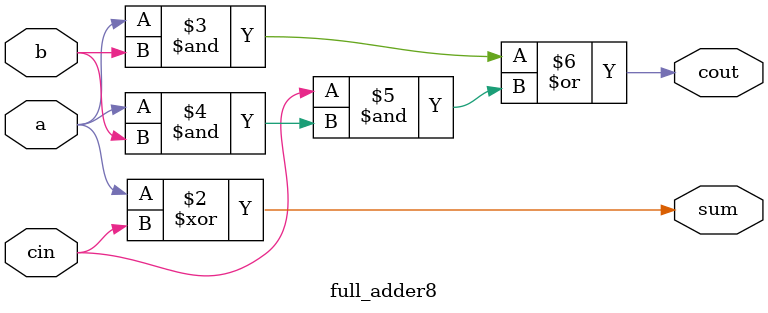
<source format=v>
module full_adder8(a,b,cin,sum,cout);
input a,b,cin;
output sum,cout;
assign sum = a^1'b0^cin;
assign cout = a&b|cin&(a&b); 
// initial begin
//     $display("The incorrect adder with xor0 having in2/0");
// end   
endmodule
</source>
